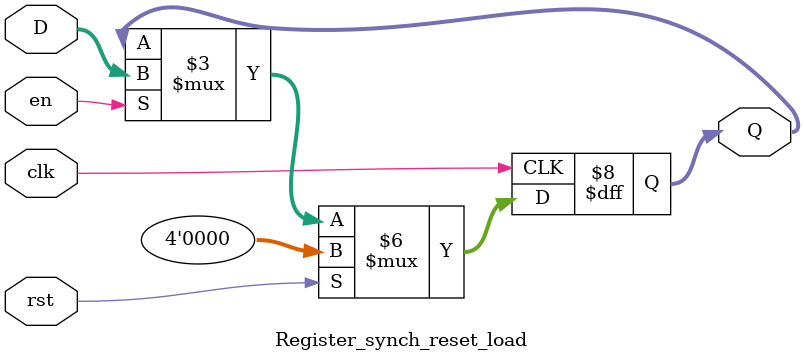
<source format=v>
module Register_synch_reset_load(input [3:0] D,
                                 input clk,
                                 input rst,
                                 input en,
                                 output reg [3:0] Q);
always @(posedge clk)
  if (rst)
    begin         // 同步复位
      Q <= 4'b0;
    end
  else if (en)
    begin
      Q <= D;
    end
  else
    begin
      Q <= Q;
    end

endmodule

</source>
